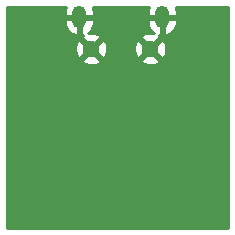
<source format=gbr>
G04 #@! TF.GenerationSoftware,KiCad,Pcbnew,(5.1.5)-3*
G04 #@! TF.CreationDate,2020-10-18T16:52:25+02:00*
G04 #@! TF.ProjectId,Battery Charger,42617474-6572-4792-9043-686172676572,rev?*
G04 #@! TF.SameCoordinates,Original*
G04 #@! TF.FileFunction,Copper,L2,Bot*
G04 #@! TF.FilePolarity,Positive*
%FSLAX46Y46*%
G04 Gerber Fmt 4.6, Leading zero omitted, Abs format (unit mm)*
G04 Created by KiCad (PCBNEW (5.1.5)-3) date 2020-10-18 16:52:25*
%MOMM*%
%LPD*%
G04 APERTURE LIST*
%ADD10O,1.200000X1.900000*%
%ADD11C,1.450000*%
%ADD12C,0.800000*%
%ADD13C,0.254000*%
G04 APERTURE END LIST*
D10*
X71938000Y-79407500D03*
X78938000Y-79407500D03*
D11*
X72938000Y-82107500D03*
X77938000Y-82107500D03*
D12*
X76925500Y-92029500D03*
X76045841Y-83974153D03*
D13*
G36*
X70751507Y-78692004D02*
G01*
X70703000Y-78930500D01*
X70703000Y-79280500D01*
X71811000Y-79280500D01*
X71811000Y-79260500D01*
X72065000Y-79260500D01*
X72065000Y-79280500D01*
X73173000Y-79280500D01*
X73173000Y-78930500D01*
X73124493Y-78692004D01*
X73076276Y-78577000D01*
X77799724Y-78577000D01*
X77751507Y-78692004D01*
X77703000Y-78930500D01*
X77703000Y-79280500D01*
X78811000Y-79280500D01*
X78811000Y-79260500D01*
X79065000Y-79260500D01*
X79065000Y-79280500D01*
X80173000Y-79280500D01*
X80173000Y-78930500D01*
X80124493Y-78692004D01*
X80076276Y-78577000D01*
X84491001Y-78577000D01*
X84491000Y-97257000D01*
X65811000Y-97257000D01*
X65811000Y-83046633D01*
X72178472Y-83046633D01*
X72240965Y-83282950D01*
X72483678Y-83396350D01*
X72743849Y-83460219D01*
X73011482Y-83472104D01*
X73276291Y-83431548D01*
X73528100Y-83340109D01*
X73635035Y-83282950D01*
X73697528Y-83046633D01*
X77178472Y-83046633D01*
X77240965Y-83282950D01*
X77483678Y-83396350D01*
X77743849Y-83460219D01*
X78011482Y-83472104D01*
X78276291Y-83431548D01*
X78528100Y-83340109D01*
X78635035Y-83282950D01*
X78697528Y-83046633D01*
X77938000Y-82287105D01*
X77178472Y-83046633D01*
X73697528Y-83046633D01*
X72938000Y-82287105D01*
X72178472Y-83046633D01*
X65811000Y-83046633D01*
X65811000Y-82180982D01*
X71573396Y-82180982D01*
X71613952Y-82445791D01*
X71705391Y-82697600D01*
X71762550Y-82804535D01*
X71998867Y-82867028D01*
X72758395Y-82107500D01*
X73117605Y-82107500D01*
X73877133Y-82867028D01*
X74113450Y-82804535D01*
X74226850Y-82561822D01*
X74290719Y-82301651D01*
X74296077Y-82180982D01*
X76573396Y-82180982D01*
X76613952Y-82445791D01*
X76705391Y-82697600D01*
X76762550Y-82804535D01*
X76998867Y-82867028D01*
X77758395Y-82107500D01*
X78117605Y-82107500D01*
X78877133Y-82867028D01*
X79113450Y-82804535D01*
X79226850Y-82561822D01*
X79290719Y-82301651D01*
X79302604Y-82034018D01*
X79262048Y-81769209D01*
X79170609Y-81517400D01*
X79113450Y-81410465D01*
X78877133Y-81347972D01*
X78117605Y-82107500D01*
X77758395Y-82107500D01*
X76998867Y-81347972D01*
X76762550Y-81410465D01*
X76649150Y-81653178D01*
X76585281Y-81913349D01*
X76573396Y-82180982D01*
X74296077Y-82180982D01*
X74302604Y-82034018D01*
X74262048Y-81769209D01*
X74170609Y-81517400D01*
X74113450Y-81410465D01*
X73877133Y-81347972D01*
X73117605Y-82107500D01*
X72758395Y-82107500D01*
X71998867Y-81347972D01*
X71762550Y-81410465D01*
X71649150Y-81653178D01*
X71585281Y-81913349D01*
X71573396Y-82180982D01*
X65811000Y-82180982D01*
X65811000Y-79534500D01*
X70703000Y-79534500D01*
X70703000Y-79884500D01*
X70751507Y-80122996D01*
X70845610Y-80347446D01*
X70981693Y-80549225D01*
X71154526Y-80720578D01*
X71357467Y-80854921D01*
X71582718Y-80947091D01*
X71620391Y-80950962D01*
X71811000Y-80826231D01*
X71811000Y-79534500D01*
X72065000Y-79534500D01*
X72065000Y-80826231D01*
X72238862Y-80940003D01*
X72178472Y-81168367D01*
X72938000Y-81927895D01*
X73697528Y-81168367D01*
X77178472Y-81168367D01*
X77938000Y-81927895D01*
X78697528Y-81168367D01*
X78637138Y-80940003D01*
X78811000Y-80826231D01*
X78811000Y-79534500D01*
X79065000Y-79534500D01*
X79065000Y-80826231D01*
X79255609Y-80950962D01*
X79293282Y-80947091D01*
X79518533Y-80854921D01*
X79721474Y-80720578D01*
X79894307Y-80549225D01*
X80030390Y-80347446D01*
X80124493Y-80122996D01*
X80173000Y-79884500D01*
X80173000Y-79534500D01*
X79065000Y-79534500D01*
X78811000Y-79534500D01*
X77703000Y-79534500D01*
X77703000Y-79884500D01*
X77751507Y-80122996D01*
X77845610Y-80347446D01*
X77981693Y-80549225D01*
X78154526Y-80720578D01*
X78249836Y-80783671D01*
X78132151Y-80754781D01*
X77864518Y-80742896D01*
X77599709Y-80783452D01*
X77347900Y-80874891D01*
X77240965Y-80932050D01*
X77178472Y-81168367D01*
X73697528Y-81168367D01*
X73635035Y-80932050D01*
X73392322Y-80818650D01*
X73132151Y-80754781D01*
X72864518Y-80742896D01*
X72634558Y-80778115D01*
X72721474Y-80720578D01*
X72894307Y-80549225D01*
X73030390Y-80347446D01*
X73124493Y-80122996D01*
X73173000Y-79884500D01*
X73173000Y-79534500D01*
X72065000Y-79534500D01*
X71811000Y-79534500D01*
X70703000Y-79534500D01*
X65811000Y-79534500D01*
X65811000Y-78577000D01*
X70799724Y-78577000D01*
X70751507Y-78692004D01*
G37*
X70751507Y-78692004D02*
X70703000Y-78930500D01*
X70703000Y-79280500D01*
X71811000Y-79280500D01*
X71811000Y-79260500D01*
X72065000Y-79260500D01*
X72065000Y-79280500D01*
X73173000Y-79280500D01*
X73173000Y-78930500D01*
X73124493Y-78692004D01*
X73076276Y-78577000D01*
X77799724Y-78577000D01*
X77751507Y-78692004D01*
X77703000Y-78930500D01*
X77703000Y-79280500D01*
X78811000Y-79280500D01*
X78811000Y-79260500D01*
X79065000Y-79260500D01*
X79065000Y-79280500D01*
X80173000Y-79280500D01*
X80173000Y-78930500D01*
X80124493Y-78692004D01*
X80076276Y-78577000D01*
X84491001Y-78577000D01*
X84491000Y-97257000D01*
X65811000Y-97257000D01*
X65811000Y-83046633D01*
X72178472Y-83046633D01*
X72240965Y-83282950D01*
X72483678Y-83396350D01*
X72743849Y-83460219D01*
X73011482Y-83472104D01*
X73276291Y-83431548D01*
X73528100Y-83340109D01*
X73635035Y-83282950D01*
X73697528Y-83046633D01*
X77178472Y-83046633D01*
X77240965Y-83282950D01*
X77483678Y-83396350D01*
X77743849Y-83460219D01*
X78011482Y-83472104D01*
X78276291Y-83431548D01*
X78528100Y-83340109D01*
X78635035Y-83282950D01*
X78697528Y-83046633D01*
X77938000Y-82287105D01*
X77178472Y-83046633D01*
X73697528Y-83046633D01*
X72938000Y-82287105D01*
X72178472Y-83046633D01*
X65811000Y-83046633D01*
X65811000Y-82180982D01*
X71573396Y-82180982D01*
X71613952Y-82445791D01*
X71705391Y-82697600D01*
X71762550Y-82804535D01*
X71998867Y-82867028D01*
X72758395Y-82107500D01*
X73117605Y-82107500D01*
X73877133Y-82867028D01*
X74113450Y-82804535D01*
X74226850Y-82561822D01*
X74290719Y-82301651D01*
X74296077Y-82180982D01*
X76573396Y-82180982D01*
X76613952Y-82445791D01*
X76705391Y-82697600D01*
X76762550Y-82804535D01*
X76998867Y-82867028D01*
X77758395Y-82107500D01*
X78117605Y-82107500D01*
X78877133Y-82867028D01*
X79113450Y-82804535D01*
X79226850Y-82561822D01*
X79290719Y-82301651D01*
X79302604Y-82034018D01*
X79262048Y-81769209D01*
X79170609Y-81517400D01*
X79113450Y-81410465D01*
X78877133Y-81347972D01*
X78117605Y-82107500D01*
X77758395Y-82107500D01*
X76998867Y-81347972D01*
X76762550Y-81410465D01*
X76649150Y-81653178D01*
X76585281Y-81913349D01*
X76573396Y-82180982D01*
X74296077Y-82180982D01*
X74302604Y-82034018D01*
X74262048Y-81769209D01*
X74170609Y-81517400D01*
X74113450Y-81410465D01*
X73877133Y-81347972D01*
X73117605Y-82107500D01*
X72758395Y-82107500D01*
X71998867Y-81347972D01*
X71762550Y-81410465D01*
X71649150Y-81653178D01*
X71585281Y-81913349D01*
X71573396Y-82180982D01*
X65811000Y-82180982D01*
X65811000Y-79534500D01*
X70703000Y-79534500D01*
X70703000Y-79884500D01*
X70751507Y-80122996D01*
X70845610Y-80347446D01*
X70981693Y-80549225D01*
X71154526Y-80720578D01*
X71357467Y-80854921D01*
X71582718Y-80947091D01*
X71620391Y-80950962D01*
X71811000Y-80826231D01*
X71811000Y-79534500D01*
X72065000Y-79534500D01*
X72065000Y-80826231D01*
X72238862Y-80940003D01*
X72178472Y-81168367D01*
X72938000Y-81927895D01*
X73697528Y-81168367D01*
X77178472Y-81168367D01*
X77938000Y-81927895D01*
X78697528Y-81168367D01*
X78637138Y-80940003D01*
X78811000Y-80826231D01*
X78811000Y-79534500D01*
X79065000Y-79534500D01*
X79065000Y-80826231D01*
X79255609Y-80950962D01*
X79293282Y-80947091D01*
X79518533Y-80854921D01*
X79721474Y-80720578D01*
X79894307Y-80549225D01*
X80030390Y-80347446D01*
X80124493Y-80122996D01*
X80173000Y-79884500D01*
X80173000Y-79534500D01*
X79065000Y-79534500D01*
X78811000Y-79534500D01*
X77703000Y-79534500D01*
X77703000Y-79884500D01*
X77751507Y-80122996D01*
X77845610Y-80347446D01*
X77981693Y-80549225D01*
X78154526Y-80720578D01*
X78249836Y-80783671D01*
X78132151Y-80754781D01*
X77864518Y-80742896D01*
X77599709Y-80783452D01*
X77347900Y-80874891D01*
X77240965Y-80932050D01*
X77178472Y-81168367D01*
X73697528Y-81168367D01*
X73635035Y-80932050D01*
X73392322Y-80818650D01*
X73132151Y-80754781D01*
X72864518Y-80742896D01*
X72634558Y-80778115D01*
X72721474Y-80720578D01*
X72894307Y-80549225D01*
X73030390Y-80347446D01*
X73124493Y-80122996D01*
X73173000Y-79884500D01*
X73173000Y-79534500D01*
X72065000Y-79534500D01*
X71811000Y-79534500D01*
X70703000Y-79534500D01*
X65811000Y-79534500D01*
X65811000Y-78577000D01*
X70799724Y-78577000D01*
X70751507Y-78692004D01*
M02*

</source>
